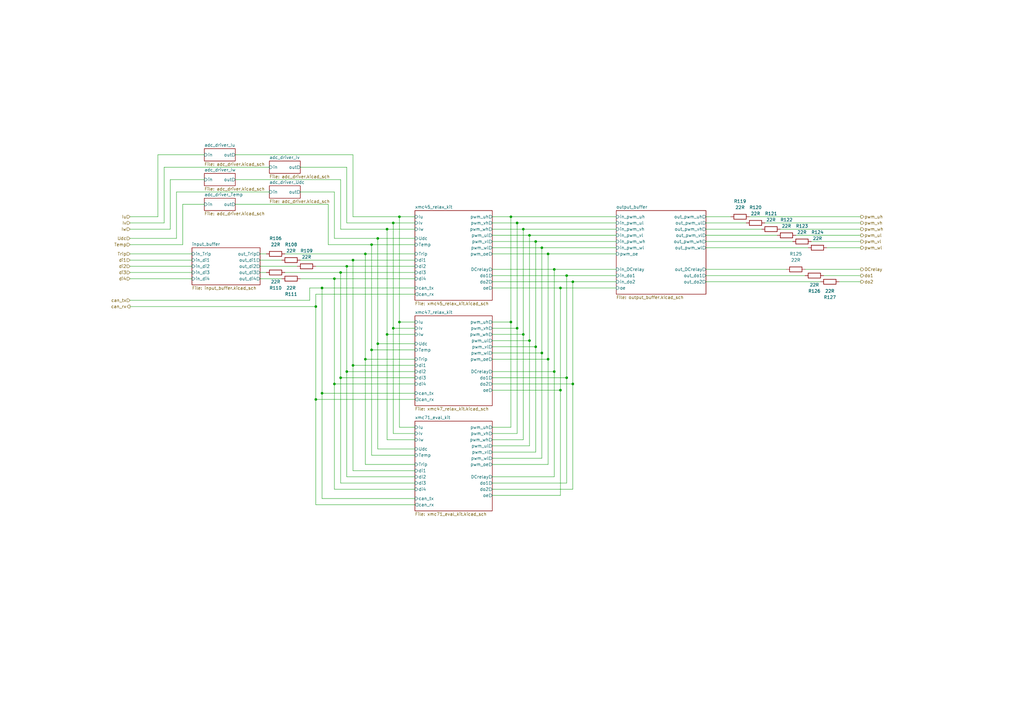
<source format=kicad_sch>
(kicad_sch (version 20231120) (generator "eeschema") (generator_version "8.0")
  (paper "A3")
  (lib_symbols
    (symbol "Device:R" (pin_numbers hide) (pin_names (offset 0))
      (property "Reference" "R" (at 2.032 0 90))
      (property "Value" "R" (at 0 0 90))
      (symbol "R_0_1"
        (rectangle (start -1.016 -2.54) (end 1.016 2.54) (stroke (width 0.254)))
      )
      (symbol "R_1_1"
        (pin passive line (at 0 3.81 270) (length 1.27) (name "~") (number "1"))
        (pin passive line (at 0 -3.81 90) (length 1.27) (name "~") (number "2"))
      )
    )
  )
  (junction (at 222.25 101.6))
  (junction (at 209.55 88.9))
  (junction (at 158.75 137.16))
  (junction (at 149.86 104.14))
  (junction (at 163.83 132.08))
  (junction (at 129.54 163.83))
  (junction (at 222.25 144.78))
  (junction (at 152.4 100.33))
  (junction (at 224.79 147.32))
  (junction (at 232.41 154.94))
  (junction (at 209.55 132.08))
  (junction (at 219.71 142.24))
  (junction (at 154.94 97.79))
  (junction (at 224.79 104.14))
  (junction (at 129.54 125.73))
  (junction (at 219.71 99.06))
  (junction (at 144.78 106.68))
  (junction (at 161.29 91.44))
  (junction (at 139.7 154.94))
  (junction (at 137.16 157.48))
  (junction (at 154.94 140.97))
  (junction (at 161.29 134.62))
  (junction (at 229.87 118.11))
  (junction (at 132.08 118.11))
  (junction (at 212.09 134.62))
  (junction (at 229.87 160.02))
  (junction (at 139.7 111.76))
  (junction (at 217.17 96.52))
  (junction (at 132.08 161.29))
  (junction (at 227.33 110.49))
  (junction (at 214.63 93.98))
  (junction (at 152.4 143.51))
  (junction (at 158.75 93.98))
  (junction (at 234.95 115.57))
  (junction (at 142.24 109.22))
  (junction (at 217.17 139.7))
  (junction (at 137.16 114.3))
  (junction (at 144.78 149.86))
  (junction (at 227.33 152.4))
  (junction (at 214.63 137.16))
  (junction (at 142.24 152.4))
  (junction (at 232.41 113.03))
  (junction (at 163.83 88.9))
  (junction (at 234.95 157.48))
  (junction (at 149.86 147.32))
  (junction (at 212.09 91.44))
  (wire (pts (xy 144.78 149.86) (xy 170.18 149.86)))
  (wire (pts (xy 116.84 104.14) (xy 149.86 104.14)))
  (wire (pts (xy 161.29 134.62) (xy 170.18 134.62)))
  (wire (pts (xy 170.18 132.08) (xy 163.83 132.08)))
  (wire (pts (xy 201.93 142.24) (xy 219.71 142.24)))
  (wire (pts (xy 152.4 186.69) (xy 170.18 186.69)))
  (wire (pts (xy 149.86 147.32) (xy 170.18 147.32)))
  (wire (pts (xy 209.55 88.9) (xy 252.73 88.9)))
  (wire (pts (xy 53.34 111.76) (xy 78.74 111.76)))
  (wire (pts (xy 224.79 147.32) (xy 201.93 147.32)))
  (wire (pts (xy 64.77 88.9) (xy 64.77 63.5)))
  (wire (pts (xy 123.19 114.3) (xy 137.16 114.3)))
  (wire (pts (xy 137.16 78.74) (xy 137.16 97.79)))
  (wire (pts (xy 330.2 110.49) (xy 353.06 110.49)))
  (wire (pts (xy 137.16 114.3) (xy 170.18 114.3)))
  (wire (pts (xy 96.52 73.66) (xy 139.7 73.66)))
  (wire (pts (xy 229.87 118.11) (xy 229.87 160.02)))
  (wire (pts (xy 149.86 104.14) (xy 170.18 104.14)))
  (wire (pts (xy 74.93 83.82) (xy 83.82 83.82)))
  (wire (pts (xy 132.08 118.11) (xy 132.08 161.29)))
  (wire (pts (xy 339.09 101.6) (xy 353.06 101.6)))
  (wire (pts (xy 219.71 99.06) (xy 252.73 99.06)))
  (wire (pts (xy 106.68 106.68) (xy 115.57 106.68)))
  (wire (pts (xy 201.93 99.06) (xy 219.71 99.06)))
  (wire (pts (xy 289.56 99.06) (xy 325.12 99.06)))
  (wire (pts (xy 313.69 91.44) (xy 353.06 91.44)))
  (wire (pts (xy 53.34 114.3) (xy 78.74 114.3)))
  (wire (pts (xy 67.31 68.58) (xy 110.49 68.58)))
  (wire (pts (xy 217.17 96.52) (xy 217.17 139.7)))
  (wire (pts (xy 209.55 175.26) (xy 209.55 132.08)))
  (wire (pts (xy 144.78 63.5) (xy 144.78 88.9)))
  (wire (pts (xy 201.93 154.94) (xy 232.41 154.94)))
  (wire (pts (xy 170.18 175.26) (xy 163.83 175.26)))
  (wire (pts (xy 144.78 149.86) (xy 144.78 193.04)))
  (wire (pts (xy 201.93 175.26) (xy 209.55 175.26)))
  (wire (pts (xy 53.34 97.79) (xy 72.39 97.79)))
  (wire (pts (xy 123.19 106.68) (xy 144.78 106.68)))
  (wire (pts (xy 219.71 142.24) (xy 219.71 185.42)))
  (wire (pts (xy 127 118.11) (xy 132.08 118.11)))
  (wire (pts (xy 217.17 96.52) (xy 252.73 96.52)))
  (wire (pts (xy 214.63 137.16) (xy 214.63 180.34)))
  (wire (pts (xy 142.24 109.22) (xy 142.24 152.4)))
  (wire (pts (xy 137.16 157.48) (xy 137.16 200.66)))
  (wire (pts (xy 53.34 109.22) (xy 78.74 109.22)))
  (wire (pts (xy 289.56 110.49) (xy 322.58 110.49)))
  (wire (pts (xy 142.24 152.4) (xy 170.18 152.4)))
  (wire (pts (xy 144.78 106.68) (xy 144.78 149.86)))
  (wire (pts (xy 53.34 93.98) (xy 69.85 93.98)))
  (wire (pts (xy 212.09 91.44) (xy 252.73 91.44)))
  (wire (pts (xy 142.24 109.22) (xy 170.18 109.22)))
  (wire (pts (xy 129.54 120.65) (xy 170.18 120.65)))
  (wire (pts (xy 201.93 203.2) (xy 229.87 203.2)))
  (wire (pts (xy 137.16 97.79) (xy 154.94 97.79)))
  (wire (pts (xy 129.54 109.22) (xy 142.24 109.22)))
  (wire (pts (xy 132.08 161.29) (xy 170.18 161.29)))
  (wire (pts (xy 123.19 68.58) (xy 142.24 68.58)))
  (wire (pts (xy 289.56 113.03) (xy 330.2 113.03)))
  (wire (pts (xy 170.18 193.04) (xy 144.78 193.04)))
  (wire (pts (xy 201.93 152.4) (xy 227.33 152.4)))
  (wire (pts (xy 337.82 113.03) (xy 353.06 113.03)))
  (wire (pts (xy 69.85 73.66) (xy 83.82 73.66)))
  (wire (pts (xy 209.55 132.08) (xy 201.93 132.08)))
  (wire (pts (xy 170.18 204.47) (xy 132.08 204.47)))
  (wire (pts (xy 232.41 154.94) (xy 232.41 198.12)))
  (wire (pts (xy 201.93 104.14) (xy 224.79 104.14)))
  (wire (pts (xy 219.71 99.06) (xy 219.71 142.24)))
  (wire (pts (xy 212.09 134.62) (xy 212.09 177.8)))
  (wire (pts (xy 134.62 83.82) (xy 134.62 100.33)))
  (wire (pts (xy 53.34 91.44) (xy 67.31 91.44)))
  (wire (pts (xy 132.08 161.29) (xy 132.08 204.47)))
  (wire (pts (xy 201.93 118.11) (xy 229.87 118.11)))
  (wire (pts (xy 222.25 101.6) (xy 252.73 101.6)))
  (wire (pts (xy 142.24 68.58) (xy 142.24 91.44)))
  (wire (pts (xy 144.78 106.68) (xy 170.18 106.68)))
  (wire (pts (xy 201.93 110.49) (xy 227.33 110.49)))
  (wire (pts (xy 227.33 152.4) (xy 227.33 195.58)))
  (wire (pts (xy 201.93 115.57) (xy 234.95 115.57)))
  (wire (pts (xy 53.34 125.73) (xy 129.54 125.73)))
  (wire (pts (xy 152.4 143.51) (xy 170.18 143.51)))
  (wire (pts (xy 129.54 125.73) (xy 129.54 163.83)))
  (wire (pts (xy 106.68 114.3) (xy 115.57 114.3)))
  (wire (pts (xy 123.19 78.74) (xy 137.16 78.74)))
  (wire (pts (xy 149.86 104.14) (xy 149.86 147.32)))
  (wire (pts (xy 232.41 113.03) (xy 232.41 154.94)))
  (wire (pts (xy 158.75 93.98) (xy 170.18 93.98)))
  (wire (pts (xy 234.95 200.66) (xy 201.93 200.66)))
  (wire (pts (xy 224.79 190.5) (xy 224.79 147.32)))
  (wire (pts (xy 72.39 97.79) (xy 72.39 78.74)))
  (wire (pts (xy 217.17 139.7) (xy 217.17 182.88)))
  (wire (pts (xy 332.74 99.06) (xy 353.06 99.06)))
  (wire (pts (xy 222.25 144.78) (xy 222.25 187.96)))
  (wire (pts (xy 152.4 143.51) (xy 152.4 186.69)))
  (wire (pts (xy 222.25 101.6) (xy 222.25 144.78)))
  (wire (pts (xy 127 123.19) (xy 53.34 123.19)))
  (wire (pts (xy 154.94 97.79) (xy 170.18 97.79)))
  (wire (pts (xy 214.63 93.98) (xy 214.63 137.16)))
  (wire (pts (xy 142.24 152.4) (xy 142.24 195.58)))
  (wire (pts (xy 201.93 139.7) (xy 217.17 139.7)))
  (wire (pts (xy 139.7 198.12) (xy 139.7 154.94)))
  (wire (pts (xy 116.84 111.76) (xy 139.7 111.76)))
  (wire (pts (xy 344.17 115.57) (xy 353.06 115.57)))
  (wire (pts (xy 142.24 195.58) (xy 170.18 195.58)))
  (wire (pts (xy 144.78 88.9) (xy 163.83 88.9)))
  (wire (pts (xy 158.75 180.34) (xy 158.75 137.16)))
  (wire (pts (xy 129.54 207.01) (xy 170.18 207.01)))
  (wire (pts (xy 214.63 93.98) (xy 252.73 93.98)))
  (wire (pts (xy 170.18 177.8) (xy 161.29 177.8)))
  (wire (pts (xy 289.56 96.52) (xy 318.77 96.52)))
  (wire (pts (xy 74.93 100.33) (xy 74.93 83.82)))
  (wire (pts (xy 142.24 91.44) (xy 161.29 91.44)))
  (wire (pts (xy 209.55 88.9) (xy 209.55 132.08)))
  (wire (pts (xy 170.18 184.15) (xy 154.94 184.15)))
  (wire (pts (xy 158.75 137.16) (xy 170.18 137.16)))
  (wire (pts (xy 96.52 63.5) (xy 144.78 63.5)))
  (wire (pts (xy 289.56 88.9) (xy 299.72 88.9)))
  (wire (pts (xy 161.29 177.8) (xy 161.29 134.62)))
  (wire (pts (xy 106.68 109.22) (xy 121.92 109.22)))
  (wire (pts (xy 201.93 96.52) (xy 217.17 96.52)))
  (wire (pts (xy 163.83 88.9) (xy 170.18 88.9)))
  (wire (pts (xy 201.93 180.34) (xy 214.63 180.34)))
  (wire (pts (xy 161.29 134.62) (xy 161.29 91.44)))
  (wire (pts (xy 234.95 115.57) (xy 234.95 157.48)))
  (wire (pts (xy 212.09 91.44) (xy 212.09 134.62)))
  (wire (pts (xy 106.68 104.14) (xy 109.22 104.14)))
  (wire (pts (xy 72.39 78.74) (xy 110.49 78.74)))
  (wire (pts (xy 139.7 93.98) (xy 158.75 93.98)))
  (wire (pts (xy 222.25 187.96) (xy 201.93 187.96)))
  (wire (pts (xy 227.33 110.49) (xy 227.33 152.4)))
  (wire (pts (xy 201.93 113.03) (xy 232.41 113.03)))
  (wire (pts (xy 224.79 104.14) (xy 252.73 104.14)))
  (wire (pts (xy 137.16 200.66) (xy 170.18 200.66)))
  (wire (pts (xy 158.75 137.16) (xy 158.75 93.98)))
  (wire (pts (xy 201.93 144.78) (xy 222.25 144.78)))
  (wire (pts (xy 201.93 134.62) (xy 212.09 134.62)))
  (wire (pts (xy 232.41 113.03) (xy 252.73 113.03)))
  (wire (pts (xy 219.71 185.42) (xy 201.93 185.42)))
  (wire (pts (xy 326.39 96.52) (xy 353.06 96.52)))
  (wire (pts (xy 234.95 115.57) (xy 252.73 115.57)))
  (wire (pts (xy 320.04 93.98) (xy 353.06 93.98)))
  (wire (pts (xy 139.7 111.76) (xy 170.18 111.76)))
  (wire (pts (xy 149.86 147.32) (xy 149.86 190.5)))
  (wire (pts (xy 217.17 182.88) (xy 201.93 182.88)))
  (wire (pts (xy 154.94 140.97) (xy 154.94 184.15)))
  (wire (pts (xy 161.29 91.44) (xy 170.18 91.44)))
  (wire (pts (xy 224.79 104.14) (xy 224.79 147.32)))
  (wire (pts (xy 139.7 154.94) (xy 139.7 111.76)))
  (wire (pts (xy 129.54 163.83) (xy 170.18 163.83)))
  (wire (pts (xy 201.93 88.9) (xy 209.55 88.9)))
  (wire (pts (xy 129.54 163.83) (xy 129.54 207.01)))
  (wire (pts (xy 227.33 110.49) (xy 252.73 110.49)))
  (wire (pts (xy 229.87 118.11) (xy 252.73 118.11)))
  (wire (pts (xy 201.93 91.44) (xy 212.09 91.44)))
  (wire (pts (xy 289.56 91.44) (xy 306.07 91.44)))
  (wire (pts (xy 53.34 100.33) (xy 74.93 100.33)))
  (wire (pts (xy 137.16 114.3) (xy 137.16 157.48)))
  (wire (pts (xy 67.31 91.44) (xy 67.31 68.58)))
  (wire (pts (xy 163.83 175.26) (xy 163.83 132.08)))
  (wire (pts (xy 64.77 63.5) (xy 83.82 63.5)))
  (wire (pts (xy 307.34 88.9) (xy 353.06 88.9)))
  (wire (pts (xy 154.94 97.79) (xy 154.94 140.97)))
  (wire (pts (xy 53.34 106.68) (xy 78.74 106.68)))
  (wire (pts (xy 170.18 198.12) (xy 139.7 198.12)))
  (wire (pts (xy 53.34 88.9) (xy 64.77 88.9)))
  (wire (pts (xy 234.95 157.48) (xy 234.95 200.66)))
  (wire (pts (xy 134.62 100.33) (xy 152.4 100.33)))
  (wire (pts (xy 201.93 157.48) (xy 234.95 157.48)))
  (wire (pts (xy 201.93 93.98) (xy 214.63 93.98)))
  (wire (pts (xy 229.87 160.02) (xy 201.93 160.02)))
  (wire (pts (xy 96.52 83.82) (xy 134.62 83.82)))
  (wire (pts (xy 163.83 132.08) (xy 163.83 88.9)))
  (wire (pts (xy 289.56 101.6) (xy 331.47 101.6)))
  (wire (pts (xy 170.18 190.5) (xy 149.86 190.5)))
  (wire (pts (xy 154.94 140.97) (xy 170.18 140.97)))
  (wire (pts (xy 170.18 180.34) (xy 158.75 180.34)))
  (wire (pts (xy 106.68 111.76) (xy 109.22 111.76)))
  (wire (pts (xy 201.93 195.58) (xy 227.33 195.58)))
  (wire (pts (xy 201.93 101.6) (xy 222.25 101.6)))
  (wire (pts (xy 212.09 177.8) (xy 201.93 177.8)))
  (wire (pts (xy 139.7 73.66) (xy 139.7 93.98)))
  (wire (pts (xy 69.85 93.98) (xy 69.85 73.66)))
  (wire (pts (xy 137.16 157.48) (xy 170.18 157.48)))
  (wire (pts (xy 129.54 120.65) (xy 129.54 125.73)))
  (wire (pts (xy 132.08 118.11) (xy 170.18 118.11)))
  (wire (pts (xy 53.34 104.14) (xy 78.74 104.14)))
  (wire (pts (xy 229.87 203.2) (xy 229.87 160.02)))
  (wire (pts (xy 127 123.19) (xy 127 118.11)))
  (wire (pts (xy 152.4 100.33) (xy 170.18 100.33)))
  (wire (pts (xy 152.4 100.33) (xy 152.4 143.51)))
  (wire (pts (xy 139.7 154.94) (xy 170.18 154.94)))
  (wire (pts (xy 289.56 115.57) (xy 336.55 115.57)))
  (wire (pts (xy 232.41 198.12) (xy 201.93 198.12)))
  (wire (pts (xy 201.93 137.16) (xy 214.63 137.16)))
  (wire (pts (xy 201.93 190.5) (xy 224.79 190.5)))
  (wire (pts (xy 289.56 93.98) (xy 312.42 93.98)))
  (hierarchical_label "pwm_wh" (shape output) (at 353.06 93.98 0))
  (hierarchical_label "di1" (shape input) (at 53.34 106.68 180))
  (hierarchical_label "Iw" (shape input) (at 53.34 93.98 180))
  (hierarchical_label "Iv" (shape input) (at 53.34 91.44 180))
  (hierarchical_label "Udc" (shape input) (at 53.34 97.79 180))
  (hierarchical_label "pwm_vl" (shape output) (at 353.06 99.06 0))
  (hierarchical_label "DCrelay" (shape output) (at 353.06 110.49 0))
  (hierarchical_label "do2" (shape output) (at 353.06 115.57 0))
  (hierarchical_label "Iu" (shape input) (at 53.34 88.9 180))
  (hierarchical_label "Trip" (shape input) (at 53.34 104.14 180))
  (hierarchical_label "can_rx" (shape output) (at 53.34 125.73 180))
  (hierarchical_label "pwm_uh" (shape output) (at 353.06 88.9 0))
  (hierarchical_label "di2" (shape input) (at 53.34 109.22 180))
  (hierarchical_label "do1" (shape output) (at 353.06 113.03 0))
  (hierarchical_label "pwm_vh" (shape output) (at 353.06 91.44 0))
  (hierarchical_label "can_tx" (shape input) (at 53.34 123.19 180))
  (hierarchical_label "pwm_ul" (shape output) (at 353.06 96.52 0))
  (hierarchical_label "pwm_wl" (shape output) (at 353.06 101.6 0))
  (hierarchical_label "Temp" (shape input) (at 53.34 100.33 180))
  (hierarchical_label "di4" (shape input) (at 53.34 114.3 180))
  (hierarchical_label "di3" (shape input) (at 53.34 111.76 180))
  (symbol (lib_id "Device:R") (at 113.03 111.76 90) (mirror x) (unit 1)
    (property "Reference" "R110" (at 113.03 118.11 90))
    (property "Value" "22R" (at 113.03 115.57 90))
    (property "Footprint" "Resistor_SMD:R_0805_2012Metric" (effects (hide yes)))
    (property "Description" "Resistor" (effects (hide yes)))
  )
  (symbol (lib_id "Device:R") (at 119.38 114.3 90) (mirror x) (unit 1)
    (property "Reference" "R111" (at 119.38 120.65 90))
    (property "Value" "22R" (at 119.38 118.11 90))
    (property "Footprint" "Resistor_SMD:R_0805_2012Metric" (effects (hide yes)))
    (property "Description" "Resistor" (effects (hide yes)))
  )
  (symbol (lib_id "Device:R") (at 340.36 115.57 270) (mirror x) (unit 1)
    (property "Reference" "R127" (at 340.36 121.92 90))
    (property "Value" "22R" (at 340.36 119.38 90))
    (property "Footprint" "Resistor_SMD:R_0805_2012Metric" (effects (hide yes)))
    (property "Description" "Resistor" (effects (hide yes)))
  )
  (symbol (lib_id "Device:R") (at 119.38 106.68 90) (unit 1)
    (property "Reference" "R108" (at 119.38 100.33 90))
    (property "Value" "22R" (at 119.38 102.87 90))
    (property "Footprint" "Resistor_SMD:R_0805_2012Metric" (effects (hide yes)))
    (property "Description" "Resistor" (effects (hide yes)))
  )
  (symbol (lib_id "Device:R") (at 309.88 91.44 270) (unit 1)
    (property "Reference" "R120" (at 309.88 85.09 90))
    (property "Value" "22R" (at 309.88 87.63 90))
    (property "Footprint" "Resistor_SMD:R_0805_2012Metric" (effects (hide yes)))
    (property "Description" "Resistor" (effects (hide yes)))
  )
  (symbol (lib_id "Device:R") (at 113.03 104.14 90) (unit 1)
    (property "Reference" "R106" (at 113.03 97.79 90))
    (property "Value" "22R" (at 113.03 100.33 90))
    (property "Footprint" "Resistor_SMD:R_0805_2012Metric" (effects (hide yes)))
    (property "Description" "Resistor" (effects (hide yes)))
  )
  (symbol (lib_id "Device:R") (at 335.28 101.6 270) (unit 1)
    (property "Reference" "R124" (at 335.28 95.25 90))
    (property "Value" "22R" (at 335.28 97.79 90))
    (property "Footprint" "Resistor_SMD:R_0805_2012Metric" (effects (hide yes)))
    (property "Description" "Resistor" (effects (hide yes)))
  )
  (symbol (lib_id "Device:R") (at 326.39 110.49 270) (unit 1)
    (property "Reference" "R125" (at 326.39 104.14 90))
    (property "Value" "22R" (at 326.39 106.68 90))
    (property "Footprint" "Resistor_SMD:R_0805_2012Metric" (effects (hide yes)))
    (property "Description" "Resistor" (effects (hide yes)))
  )
  (symbol (lib_id "Device:R") (at 316.23 93.98 270) (unit 1)
    (property "Reference" "R121" (at 316.23 87.63 90))
    (property "Value" "22R" (at 316.23 90.17 90))
    (property "Footprint" "Resistor_SMD:R_0805_2012Metric" (effects (hide yes)))
    (property "Description" "Resistor" (effects (hide yes)))
  )
  (symbol (lib_id "Device:R") (at 328.93 99.06 270) (unit 1)
    (property "Reference" "R123" (at 328.93 92.71 90))
    (property "Value" "22R" (at 328.93 95.25 90))
    (property "Footprint" "Resistor_SMD:R_0805_2012Metric" (effects (hide yes)))
    (property "Description" "Resistor" (effects (hide yes)))
  )
  (symbol (lib_id "Device:R") (at 303.53 88.9 270) (unit 1)
    (property "Reference" "R119" (at 303.53 82.55 90))
    (property "Value" "22R" (at 303.53 85.09 90))
    (property "Footprint" "Resistor_SMD:R_0805_2012Metric" (effects (hide yes)))
    (property "Description" "Resistor" (effects (hide yes)))
  )
  (symbol (lib_id "Device:R") (at 322.58 96.52 270) (unit 1)
    (property "Reference" "R122" (at 322.58 90.17 90))
    (property "Value" "22R" (at 322.58 92.71 90))
    (property "Footprint" "Resistor_SMD:R_0805_2012Metric" (effects (hide yes)))
    (property "Description" "Resistor" (effects (hide yes)))
  )
  (symbol (lib_id "Device:R") (at 125.73 109.22 90) (unit 1)
    (property "Reference" "R109" (at 125.73 102.87 90))
    (property "Value" "22R" (at 125.73 105.41 90))
    (property "Footprint" "Resistor_SMD:R_0805_2012Metric" (effects (hide yes)))
    (property "Description" "Resistor" (effects (hide yes)))
  )
  (symbol (lib_id "Device:R") (at 334.01 113.03 270) (mirror x) (unit 1)
    (property "Reference" "R126" (at 334.01 119.38 90))
    (property "Value" "22R" (at 334.01 116.84 90))
    (property "Footprint" "Resistor_SMD:R_0805_2012Metric" (effects (hide yes)))
    (property "Description" "Resistor" (effects (hide yes)))
  )
  (sheet (at 170.18 129.54) (size 31.75 36.83) (stroke (width 0.1524))
    (property "Sheetname" "xmc47_relax_kit" (at 170.18 128.8284 0) (effects (justify left bottom)))
    (property "Sheetfile" "xmc47_relax_kit.kicad_sch" (at 170.18 166.9546 0) (effects (justify left top)))
    (pin "can_rx" output (at 170.18 163.83 180))
    (pin "di1" input (at 170.18 149.86 180))
    (pin "di3" input (at 170.18 154.94 180))
    (pin "can_tx" input (at 170.18 161.29 180))
    (pin "di2" input (at 170.18 152.4 180))
    (pin "di4" input (at 170.18 157.48 180))
    (pin "pwm_ul" output (at 201.93 139.7 0))
    (pin "pwm_uh" output (at 201.93 132.08 0))
    (pin "DCrelay" output (at 201.93 152.4 0))
    (pin "pwm_vl" output (at 201.93 142.24 0))
    (pin "pwm_vh" output (at 201.93 134.62 0))
    (pin "Iv" input (at 170.18 134.62 180))
    (pin "Iw" input (at 170.18 137.16 180))
    (pin "Iu" input (at 170.18 132.08 180))
    (pin "Udc" input (at 170.18 140.97 180))
    (pin "Temp" input (at 170.18 143.51 180))
    (pin "Trip" input (at 170.18 147.32 180))
    (pin "do1" output (at 201.93 154.94 0))
    (pin "do2" output (at 201.93 157.48 0))
    (pin "pwm_wh" output (at 201.93 137.16 0))
    (pin "pwm_wl" output (at 201.93 144.78 0))
    (pin "oe" output (at 201.93 160.02 0))
    (pin "pwm_oe" output (at 201.93 147.32 0))
  )
  (sheet (at 83.82 81.28) (size 12.7 5.08) (stroke (width 0.1524))
    (property "Sheetname" "adc_driver_Temp" (at 83.82 80.5684 0) (effects (justify left bottom)))
    (property "Sheetfile" "adc_driver.kicad_sch" (at 83.82 86.868 0) (effects (justify left top)))
    (pin "in" input (at 83.82 83.82 180))
    (pin "out" output (at 96.52 83.82 0))
  )
  (sheet (at 83.82 71.12) (size 12.7 5.08) (stroke (width 0.1524))
    (property "Sheetname" "adc_driver_Iw" (at 83.82 70.4084 0) (effects (justify left bottom)))
    (property "Sheetfile" "adc_driver.kicad_sch" (at 83.82 76.7846 0) (effects (justify left top)))
    (pin "in" input (at 83.82 73.66 180))
    (pin "out" output (at 96.52 73.66 0))
  )
  (sheet (at 252.73 86.36) (size 36.83 34.29) (stroke (width 0.1524))
    (property "Sheetname" "output_buffer" (at 252.73 85.6484 0) (effects (justify left bottom)))
    (property "Sheetfile" "output_buffer.kicad_sch" (at 252.73 121.2346 0) (effects (justify left top)))
    (pin "in_do2" input (at 252.73 115.57 180))
    (pin "in_do1" input (at 252.73 113.03 180))
    (pin "in_DCrelay" input (at 252.73 110.49 180))
    (pin "out_do2" output (at 289.56 115.57 0))
    (pin "out_do1" output (at 289.56 113.03 0))
    (pin "out_DCrelay" output (at 289.56 110.49 0))
    (pin "out_pwm_ul" output (at 289.56 91.44 0))
    (pin "out_pwm_uh" output (at 289.56 88.9 0))
    (pin "out_pwm_wh" output (at 289.56 99.06 0))
    (pin "out_pwm_wl" output (at 289.56 101.6 0))
    (pin "out_pwm_vl" output (at 289.56 96.52 0))
    (pin "out_pwm_vh" output (at 289.56 93.98 0))
    (pin "in_pwm_vl" input (at 252.73 96.52 180))
    (pin "in_pwm_ul" input (at 252.73 91.44 180))
    (pin "in_pwm_vh" input (at 252.73 93.98 180))
    (pin "in_pwm_wl" input (at 252.73 101.6 180))
    (pin "pwm_oe" input (at 252.73 104.14 180))
    (pin "in_pwm_wh" input (at 252.73 99.06 180))
    (pin "in_pwm_uh" input (at 252.73 88.9 180))
    (pin "oe" input (at 252.73 118.11 180))
  )
  (sheet (at 78.74 101.6) (size 27.94 15.24) (stroke (width 0.1524))
    (property "Sheetname" "input_buffer" (at 78.74 100.8884 0) (effects (justify left bottom)))
    (property "Sheetfile" "input_buffer.kicad_sch" (at 78.74 117.4246 0) (effects (justify left top)))
    (pin "in_di3" input (at 78.74 111.76 180))
    (pin "in_Trip" input (at 78.74 104.14 180))
    (pin "in_di2" input (at 78.74 109.22 180))
    (pin "in_di1" input (at 78.74 106.68 180))
    (pin "in_di4" input (at 78.74 114.3 180))
    (pin "out_di2" output (at 106.68 109.22 0))
    (pin "out_di3" output (at 106.68 111.76 0))
    (pin "out_di1" output (at 106.68 106.68 0))
    (pin "out_Trip" output (at 106.68 104.14 0))
    (pin "out_di4" output (at 106.68 114.3 0))
  )
  (sheet (at 170.18 86.36) (size 31.75 36.83) (stroke (width 0.1524))
    (property "Sheetname" "xmc45_relax_kit" (at 170.18 85.6484 0) (effects (justify left bottom)))
    (property "Sheetfile" "xmc45_relax_kit.kicad_sch" (at 170.18 123.7746 0) (effects (justify left top)))
    (pin "can_rx" output (at 170.18 120.65 180))
    (pin "di2" input (at 170.18 109.22 180))
    (pin "can_tx" input (at 170.18 118.11 180))
    (pin "di3" input (at 170.18 111.76 180))
    (pin "di1" input (at 170.18 106.68 180))
    (pin "di4" input (at 170.18 114.3 180))
    (pin "do2" output (at 201.93 115.57 0))
    (pin "pwm_wh" output (at 201.93 93.98 0))
    (pin "do1" output (at 201.93 113.03 0))
    (pin "pwm_wl" output (at 201.93 101.6 0))
    (pin "Iu" input (at 170.18 88.9 180))
    (pin "Iw" input (at 170.18 93.98 180))
    (pin "Udc" input (at 170.18 97.79 180))
    (pin "Iv" input (at 170.18 91.44 180))
    (pin "Temp" input (at 170.18 100.33 180))
    (pin "Trip" input (at 170.18 104.14 180))
    (pin "pwm_uh" output (at 201.93 88.9 0))
    (pin "pwm_vl" output (at 201.93 99.06 0))
    (pin "DCrelay" output (at 201.93 110.49 0))
    (pin "pwm_ul" output (at 201.93 96.52 0))
    (pin "pwm_vh" output (at 201.93 91.44 0))
    (pin "oe" output (at 201.93 118.11 0))
    (pin "pwm_oe" output (at 201.93 104.14 0))
  )
  (sheet (at 110.49 76.2) (size 12.7 5.08) (stroke (width 0.1524))
    (property "Sheetname" "adc_driver_Udc" (at 110.49 75.4884 0) (effects (justify left bottom)))
    (property "Sheetfile" "adc_driver.kicad_sch" (at 110.49 81.8646 0) (effects (justify left top)))
    (pin "in" input (at 110.49 78.74 180))
    (pin "out" output (at 123.19 78.74 0))
  )
  (sheet (at 83.82 60.96) (size 12.7 5.08) (stroke (width 0.1524))
    (property "Sheetname" "adc_driver_Iu" (at 83.82 60.2484 0) (effects (justify left bottom)))
    (property "Sheetfile" "adc_driver.kicad_sch" (at 83.82 66.6246 0) (effects (justify left top)))
    (pin "in" input (at 83.82 63.5 180))
    (pin "out" output (at 96.52 63.5 0))
  )
  (sheet (at 170.18 172.72) (size 31.75 36.83) (stroke (width 0.1524))
    (property "Sheetname" "xmc71_eval_kit" (at 170.18 172.0084 0) (effects (justify left bottom)))
    (property "Sheetfile" "xmc71_eval_kit.kicad_sch" (at 170.18 210.1346 0) (effects (justify left top)))
    (pin "can_tx" input (at 170.18 204.47 180))
    (pin "di1" input (at 170.18 193.04 180))
    (pin "di2" input (at 170.18 195.58 180))
    (pin "di4" input (at 170.18 200.66 180))
    (pin "di3" input (at 170.18 198.12 180))
    (pin "can_rx" output (at 170.18 207.01 180))
    (pin "DCrelay" output (at 201.93 195.58 0))
    (pin "do1" output (at 201.93 198.12 0))
    (pin "pwm_wl" output (at 201.93 187.96 0))
    (pin "pwm_wh" output (at 201.93 180.34 0))
    (pin "pwm_vh" output (at 201.93 177.8 0))
    (pin "pwm_vl" output (at 201.93 185.42 0))
    (pin "do2" output (at 201.93 200.66 0))
    (pin "pwm_uh" output (at 201.93 175.26 0))
    (pin "pwm_ul" output (at 201.93 182.88 0))
    (pin "Udc" input (at 170.18 184.15 180))
    (pin "Temp" input (at 170.18 186.69 180))
    (pin "Iw" input (at 170.18 180.34 180))
    (pin "Iv" input (at 170.18 177.8 180))
    (pin "Iu" input (at 170.18 175.26 180))
    (pin "Trip" input (at 170.18 190.5 180))
    (pin "oe" output (at 201.93 203.2 0))
    (pin "pwm_oe" output (at 201.93 190.5 0))
  )
  (sheet (at 110.49 66.04) (size 12.7 5.08) (stroke (width 0.1524))
    (property "Sheetname" "adc_driver_Iv" (at 110.49 65.3284 0) (effects (justify left bottom)))
    (property "Sheetfile" "adc_driver.kicad_sch" (at 110.49 71.7046 0) (effects (justify left top)))
    (pin "in" input (at 110.49 68.58 180))
    (pin "out" output (at 123.19 68.58 0))
  )
)
</source>
